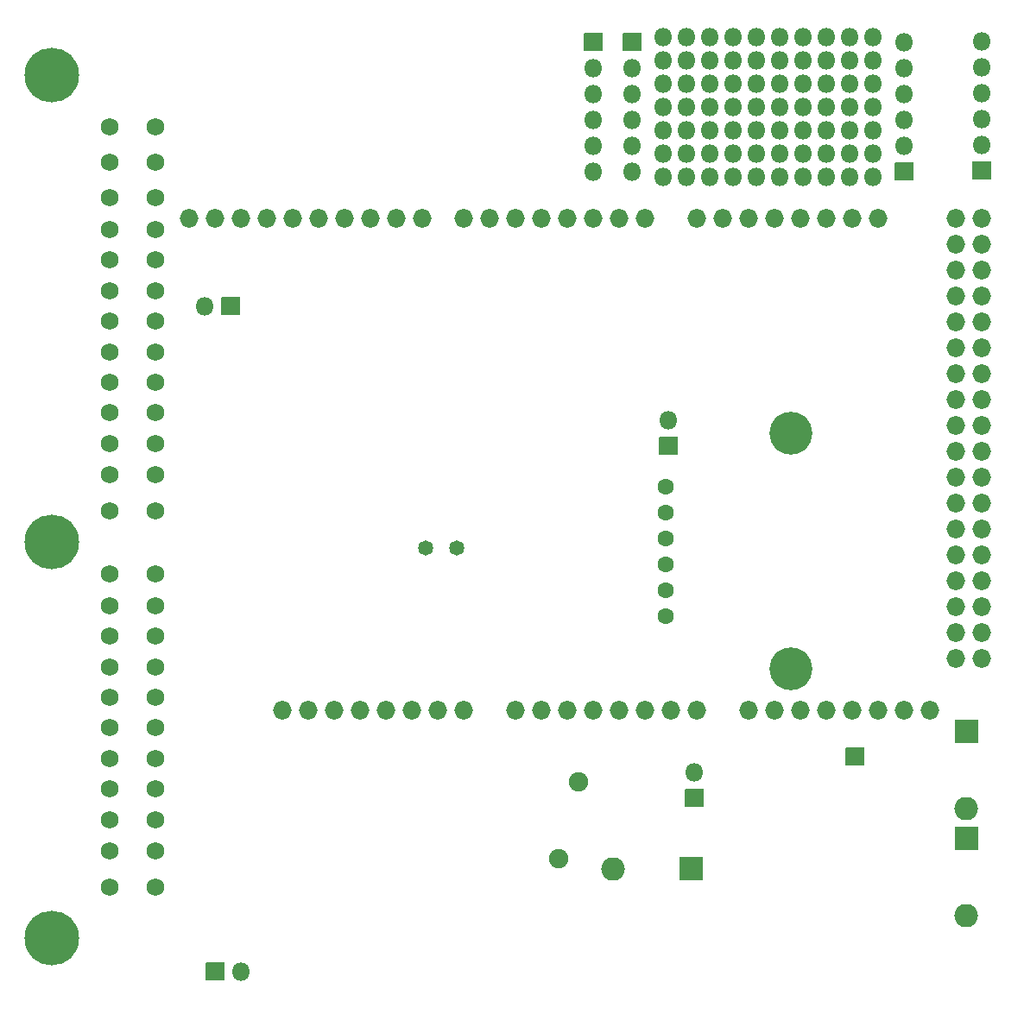
<source format=gbs>
G04 #@! TF.GenerationSoftware,KiCad,Pcbnew,(5.1.9-0-10_14)*
G04 #@! TF.CreationDate,2021-05-13T22:37:09+10:00*
G04 #@! TF.ProjectId,NA6,4e41362e-6b69-4636-9164-5f7063625858,rev?*
G04 #@! TF.SameCoordinates,Original*
G04 #@! TF.FileFunction,Soldermask,Bot*
G04 #@! TF.FilePolarity,Negative*
%FSLAX46Y46*%
G04 Gerber Fmt 4.6, Leading zero omitted, Abs format (unit mm)*
G04 Created by KiCad (PCBNEW (5.1.9-0-10_14)) date 2021-05-13 22:37:09*
%MOMM*%
%LPD*%
G01*
G04 APERTURE LIST*
%ADD10O,1.802000X1.802000*%
%ADD11C,5.352000*%
%ADD12C,1.752000*%
%ADD13C,1.483000*%
%ADD14C,1.602000*%
%ADD15C,4.202000*%
%ADD16C,1.902000*%
%ADD17O,2.302000X2.302000*%
%ADD18O,1.829200X1.829200*%
G04 APERTURE END LIST*
D10*
X188976000Y-52324000D03*
X195834000Y-52324000D03*
X193548000Y-52324000D03*
X175260000Y-52324000D03*
X179832000Y-52324000D03*
X177546000Y-52324000D03*
X186690000Y-52324000D03*
X182118000Y-52324000D03*
X184404000Y-52324000D03*
X191262000Y-52324000D03*
X188976000Y-50038000D03*
X195834000Y-50038000D03*
X193548000Y-50038000D03*
X175260000Y-50038000D03*
X179832000Y-50038000D03*
X177546000Y-50038000D03*
X186690000Y-50038000D03*
X182118000Y-50038000D03*
X184404000Y-50038000D03*
X191262000Y-50038000D03*
X188976000Y-47752000D03*
X195834000Y-47752000D03*
X193548000Y-47752000D03*
X175260000Y-47752000D03*
X179832000Y-47752000D03*
X177546000Y-47752000D03*
X186690000Y-47752000D03*
X182118000Y-47752000D03*
X184404000Y-47752000D03*
X191262000Y-47752000D03*
X188976000Y-45466000D03*
X195834000Y-45466000D03*
X193548000Y-45466000D03*
X175260000Y-45466000D03*
X179832000Y-45466000D03*
X177546000Y-45466000D03*
X186690000Y-45466000D03*
X182118000Y-45466000D03*
X184404000Y-45466000D03*
X191262000Y-45466000D03*
X188976000Y-43180000D03*
X195834000Y-43180000D03*
X193548000Y-43180000D03*
X175260000Y-43180000D03*
X179832000Y-43180000D03*
X177546000Y-43180000D03*
X186690000Y-43180000D03*
X182118000Y-43180000D03*
X184404000Y-43180000D03*
X191262000Y-43180000D03*
X188976000Y-40894000D03*
X195834000Y-40894000D03*
X193548000Y-40894000D03*
X175260000Y-40894000D03*
X179832000Y-40894000D03*
X177546000Y-40894000D03*
X186690000Y-40894000D03*
X182118000Y-40894000D03*
X184404000Y-40894000D03*
X191262000Y-40894000D03*
X195834000Y-38608000D03*
X193548000Y-38608000D03*
X191262000Y-38608000D03*
X188976000Y-38608000D03*
X186690000Y-38608000D03*
X184404000Y-38608000D03*
X182118000Y-38608000D03*
X179832000Y-38608000D03*
X177546000Y-38608000D03*
X175260000Y-38608000D03*
D11*
X115300000Y-127050000D03*
X115300000Y-88200000D03*
X115300000Y-42350000D03*
D12*
X121000000Y-47400000D03*
X121000000Y-50900000D03*
X121000000Y-54400000D03*
X121000000Y-57500000D03*
X121000000Y-60500000D03*
X121000000Y-63500000D03*
X121000000Y-66500000D03*
X121000000Y-69500000D03*
X121000000Y-72500000D03*
X121000000Y-75500000D03*
X121000000Y-78500000D03*
X121000000Y-81600000D03*
X121000000Y-85100000D03*
X121000000Y-91300000D03*
X121000000Y-94400000D03*
X121000000Y-97400000D03*
X121000000Y-100400000D03*
X121000000Y-103400000D03*
X121000000Y-106400000D03*
X121000000Y-109400000D03*
X121000000Y-112400000D03*
X121000000Y-115400000D03*
X121000000Y-118500000D03*
X121000000Y-122000000D03*
X125500000Y-47400000D03*
X125500000Y-50900000D03*
X125500000Y-54400000D03*
X125500000Y-57500000D03*
X125500000Y-60500000D03*
X125500000Y-63500000D03*
X125500000Y-66500000D03*
X125500000Y-69500000D03*
X125500000Y-72500000D03*
X125500000Y-75500000D03*
X125500000Y-78500000D03*
X125500000Y-81600000D03*
X125500000Y-85100000D03*
X125500000Y-91300000D03*
X125500000Y-94400000D03*
X125500000Y-97400000D03*
X125500000Y-100400000D03*
X125500000Y-103400000D03*
X125500000Y-106400000D03*
X125500000Y-109400000D03*
X125500000Y-112400000D03*
X125500000Y-115400000D03*
X125500000Y-118500000D03*
X125500000Y-122000000D03*
D13*
X155000000Y-88714000D03*
X152000000Y-88714000D03*
D10*
X206500000Y-39014000D03*
X206500000Y-41554000D03*
X206500000Y-44094000D03*
X206500000Y-46634000D03*
X206500000Y-49174000D03*
G36*
G01*
X207401000Y-50864000D02*
X207401000Y-52564000D01*
G75*
G02*
X207350000Y-52615000I-51000J0D01*
G01*
X205650000Y-52615000D01*
G75*
G02*
X205599000Y-52564000I0J51000D01*
G01*
X205599000Y-50864000D01*
G75*
G02*
X205650000Y-50813000I51000J0D01*
G01*
X207350000Y-50813000D01*
G75*
G02*
X207401000Y-50864000I0J-51000D01*
G01*
G37*
G36*
G01*
X199783000Y-50966000D02*
X199783000Y-52666000D01*
G75*
G02*
X199732000Y-52717000I-51000J0D01*
G01*
X198032000Y-52717000D01*
G75*
G02*
X197981000Y-52666000I0J51000D01*
G01*
X197981000Y-50966000D01*
G75*
G02*
X198032000Y-50915000I51000J0D01*
G01*
X199732000Y-50915000D01*
G75*
G02*
X199783000Y-50966000I0J-51000D01*
G01*
G37*
X198882000Y-49276000D03*
X198882000Y-46736000D03*
X198882000Y-44196000D03*
X198882000Y-41656000D03*
X198882000Y-39116000D03*
G36*
G01*
X171311000Y-39966000D02*
X171311000Y-38266000D01*
G75*
G02*
X171362000Y-38215000I51000J0D01*
G01*
X173062000Y-38215000D01*
G75*
G02*
X173113000Y-38266000I0J-51000D01*
G01*
X173113000Y-39966000D01*
G75*
G02*
X173062000Y-40017000I-51000J0D01*
G01*
X171362000Y-40017000D01*
G75*
G02*
X171311000Y-39966000I0J51000D01*
G01*
G37*
X172212000Y-41656000D03*
X172212000Y-44196000D03*
X172212000Y-46736000D03*
X172212000Y-49276000D03*
X172212000Y-51816000D03*
D14*
X175500000Y-82714000D03*
X175500000Y-85254000D03*
X175500000Y-87794000D03*
X175500000Y-90334000D03*
X175500000Y-92874000D03*
X175500000Y-95414000D03*
D15*
X187820000Y-100614000D03*
X187820000Y-77464000D03*
D16*
X167000000Y-111714000D03*
X165000000Y-119214000D03*
D17*
X170380000Y-120214000D03*
G36*
G01*
X179151000Y-119114000D02*
X179151000Y-121314000D01*
G75*
G02*
X179100000Y-121365000I-51000J0D01*
G01*
X176900000Y-121365000D01*
G75*
G02*
X176849000Y-121314000I0J51000D01*
G01*
X176849000Y-119114000D01*
G75*
G02*
X176900000Y-119063000I51000J0D01*
G01*
X179100000Y-119063000D01*
G75*
G02*
X179151000Y-119114000I0J-51000D01*
G01*
G37*
G36*
G01*
X203900000Y-116063000D02*
X206100000Y-116063000D01*
G75*
G02*
X206151000Y-116114000I0J-51000D01*
G01*
X206151000Y-118314000D01*
G75*
G02*
X206100000Y-118365000I-51000J0D01*
G01*
X203900000Y-118365000D01*
G75*
G02*
X203849000Y-118314000I0J51000D01*
G01*
X203849000Y-116114000D01*
G75*
G02*
X203900000Y-116063000I51000J0D01*
G01*
G37*
X205000000Y-124834000D03*
G36*
G01*
X203900000Y-105563000D02*
X206100000Y-105563000D01*
G75*
G02*
X206151000Y-105614000I0J-51000D01*
G01*
X206151000Y-107814000D01*
G75*
G02*
X206100000Y-107865000I-51000J0D01*
G01*
X203900000Y-107865000D01*
G75*
G02*
X203849000Y-107814000I0J51000D01*
G01*
X203849000Y-105614000D01*
G75*
G02*
X203900000Y-105563000I51000J0D01*
G01*
G37*
X205000000Y-114334000D03*
D18*
X160800000Y-104674000D03*
X155720000Y-104674000D03*
X153180000Y-104674000D03*
X150640000Y-104674000D03*
X148100000Y-104674000D03*
X145560000Y-104674000D03*
X143020000Y-104674000D03*
X140480000Y-104674000D03*
X196360000Y-56414000D03*
X193820000Y-56414000D03*
X191280000Y-56414000D03*
X188740000Y-56414000D03*
X186200000Y-56414000D03*
X183660000Y-56414000D03*
X181120000Y-56414000D03*
X178580000Y-56414000D03*
X173500000Y-56414000D03*
X170960000Y-56414000D03*
X168420000Y-56414000D03*
X165880000Y-56414000D03*
X163340000Y-56414000D03*
X160800000Y-56414000D03*
X158260000Y-56414000D03*
X155720000Y-56414000D03*
X136416000Y-56414000D03*
X151656000Y-56414000D03*
X149116000Y-56414000D03*
X146576000Y-56414000D03*
X128796000Y-56414000D03*
X131336000Y-56414000D03*
X133876000Y-56414000D03*
X138956000Y-56414000D03*
X141496000Y-56414000D03*
X144036000Y-56414000D03*
X137940000Y-104674000D03*
X163340000Y-104674000D03*
X165880000Y-104674000D03*
X168420000Y-104674000D03*
X170960000Y-104674000D03*
X173500000Y-104674000D03*
X176040000Y-104674000D03*
X178580000Y-104674000D03*
X183660000Y-104674000D03*
X186200000Y-104674000D03*
X188740000Y-104674000D03*
X191280000Y-104674000D03*
X193820000Y-104674000D03*
X196360000Y-104674000D03*
X198900000Y-104674000D03*
X201440000Y-104674000D03*
X203980000Y-56414000D03*
X206520000Y-56414000D03*
X203980000Y-58954000D03*
X206520000Y-58954000D03*
X203980000Y-61494000D03*
X206520000Y-61494000D03*
X203980000Y-64034000D03*
X206520000Y-64034000D03*
X203980000Y-66574000D03*
X206520000Y-66574000D03*
X203980000Y-69114000D03*
X206520000Y-69114000D03*
X203980000Y-71654000D03*
X206520000Y-71654000D03*
X203980000Y-74194000D03*
X206520000Y-74194000D03*
X203980000Y-76734000D03*
X206520000Y-76734000D03*
X203980000Y-79274000D03*
X206520000Y-79274000D03*
X203980000Y-81814000D03*
X206520000Y-81814000D03*
X203980000Y-84354000D03*
X206520000Y-84354000D03*
X203980000Y-86894000D03*
X206520000Y-86894000D03*
X203980000Y-89434000D03*
X206520000Y-89434000D03*
X203980000Y-91974000D03*
X206520000Y-91974000D03*
X203980000Y-94514000D03*
X206520000Y-94514000D03*
X203980000Y-97054000D03*
X206520000Y-97054000D03*
X203980000Y-99594000D03*
X206520000Y-99594000D03*
G36*
G01*
X131992000Y-64123000D02*
X133692000Y-64123000D01*
G75*
G02*
X133743000Y-64174000I0J-51000D01*
G01*
X133743000Y-65874000D01*
G75*
G02*
X133692000Y-65925000I-51000J0D01*
G01*
X131992000Y-65925000D01*
G75*
G02*
X131941000Y-65874000I0J51000D01*
G01*
X131941000Y-64174000D01*
G75*
G02*
X131992000Y-64123000I51000J0D01*
G01*
G37*
D10*
X130302000Y-65024000D03*
G36*
G01*
X167501000Y-39966000D02*
X167501000Y-38266000D01*
G75*
G02*
X167552000Y-38215000I51000J0D01*
G01*
X169252000Y-38215000D01*
G75*
G02*
X169303000Y-38266000I0J-51000D01*
G01*
X169303000Y-39966000D01*
G75*
G02*
X169252000Y-40017000I-51000J0D01*
G01*
X167552000Y-40017000D01*
G75*
G02*
X167501000Y-39966000I0J51000D01*
G01*
G37*
X168402000Y-41656000D03*
X168402000Y-44196000D03*
X168402000Y-46736000D03*
X168402000Y-49276000D03*
X168402000Y-51816000D03*
G36*
G01*
X132168000Y-131203000D02*
X130468000Y-131203000D01*
G75*
G02*
X130417000Y-131152000I0J51000D01*
G01*
X130417000Y-129452000D01*
G75*
G02*
X130468000Y-129401000I51000J0D01*
G01*
X132168000Y-129401000D01*
G75*
G02*
X132219000Y-129452000I0J-51000D01*
G01*
X132219000Y-131152000D01*
G75*
G02*
X132168000Y-131203000I-51000J0D01*
G01*
G37*
X133858000Y-130302000D03*
G36*
G01*
X176669000Y-77890000D02*
X176669000Y-79590000D01*
G75*
G02*
X176618000Y-79641000I-51000J0D01*
G01*
X174918000Y-79641000D01*
G75*
G02*
X174867000Y-79590000I0J51000D01*
G01*
X174867000Y-77890000D01*
G75*
G02*
X174918000Y-77839000I51000J0D01*
G01*
X176618000Y-77839000D01*
G75*
G02*
X176669000Y-77890000I0J-51000D01*
G01*
G37*
X175768000Y-76200000D03*
G36*
G01*
X179209000Y-112434000D02*
X179209000Y-114134000D01*
G75*
G02*
X179158000Y-114185000I-51000J0D01*
G01*
X177458000Y-114185000D01*
G75*
G02*
X177407000Y-114134000I0J51000D01*
G01*
X177407000Y-112434000D01*
G75*
G02*
X177458000Y-112383000I51000J0D01*
G01*
X179158000Y-112383000D01*
G75*
G02*
X179209000Y-112434000I0J-51000D01*
G01*
G37*
X178308000Y-110744000D03*
G36*
G01*
X193155000Y-110070000D02*
X193155000Y-108370000D01*
G75*
G02*
X193206000Y-108319000I51000J0D01*
G01*
X194906000Y-108319000D01*
G75*
G02*
X194957000Y-108370000I0J-51000D01*
G01*
X194957000Y-110070000D01*
G75*
G02*
X194906000Y-110121000I-51000J0D01*
G01*
X193206000Y-110121000D01*
G75*
G02*
X193155000Y-110070000I0J51000D01*
G01*
G37*
M02*

</source>
